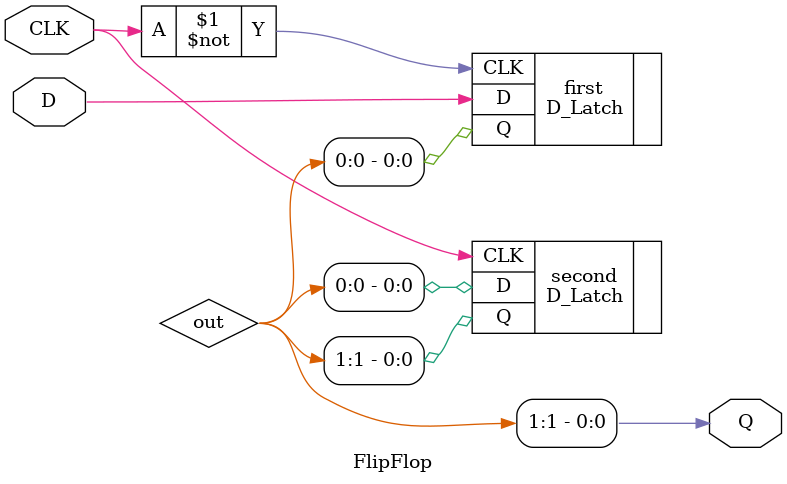
<source format=v>
module FlipFlop (
 input D,
 input CLK,
 output reg Q
);
wire [1:0] out;

D_Latch first(.D(D), .CLK(~CLK), .Q(out[0]));
D_Latch second(.D(out[0]), .CLK(CLK), .Q(out[1]));

always @(*)begin
Q = out[1];
end

endmodule


</source>
